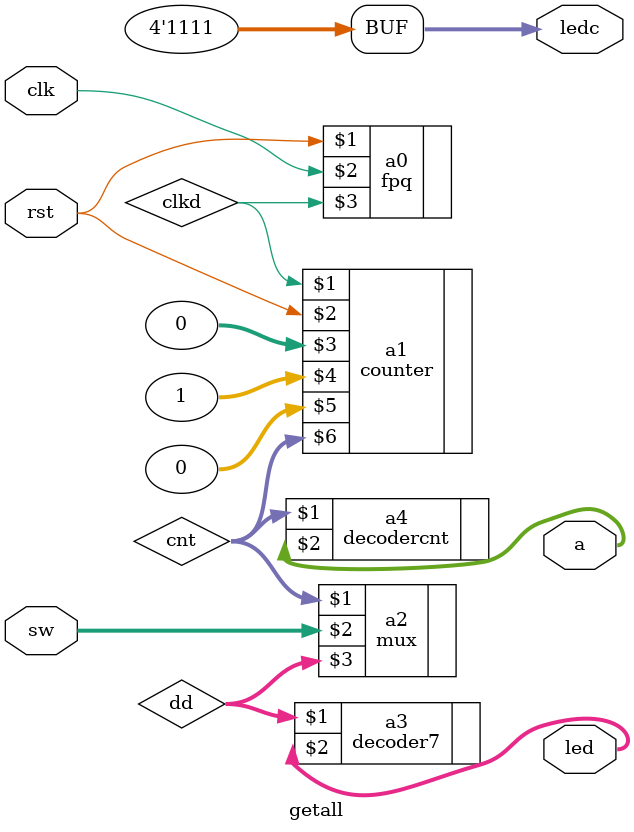
<source format=v>
`timescale 1ns / 1ps


module getall (
    input clk,
    input rst,
    input [15:0] sw,
    output [3:0] a,
    output [6:0] led,
    output reg [3:0] ledc
);
wire clkd;
wire [3:0] dd;
wire [1:0] cnt;
fpq a0(rst,clk,clkd);
counter a1(clkd,rst,0,1,0,cnt);
decodercnt a4(cnt,a);
mux a2(cnt,sw,dd);
decoder7 a3(dd,led); 
always@(*)begin
ledc = 4'b1111;
end
endmodule
</source>
